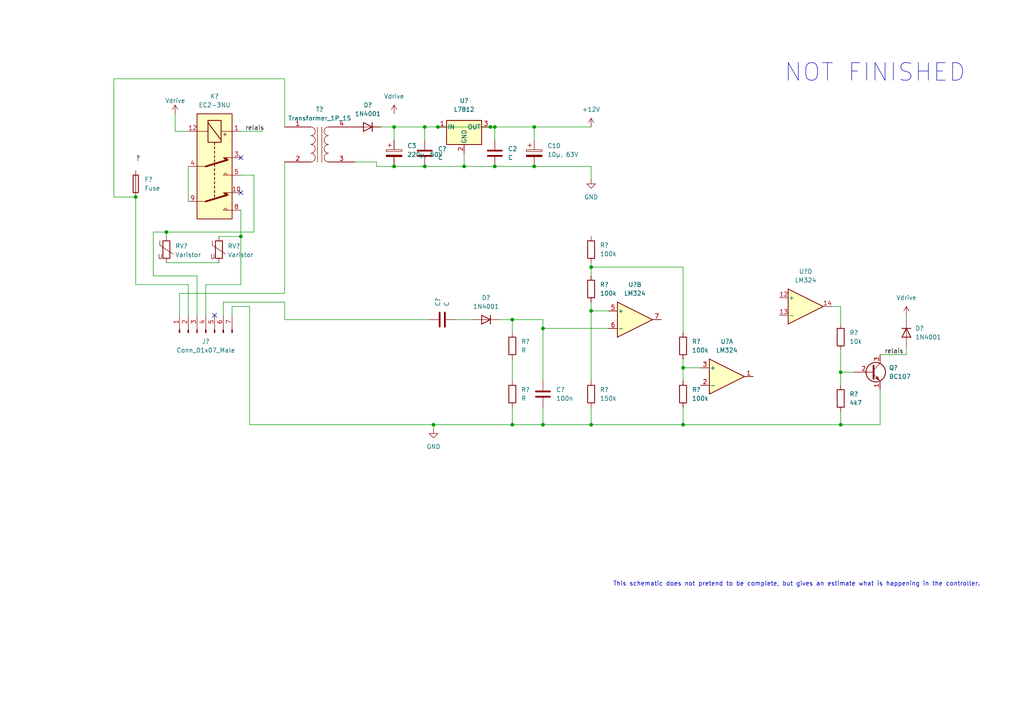
<source format=kicad_sch>
(kicad_sch (version 20211123) (generator eeschema)
  (paper "A4")
  (lib_symbols
    (symbol "Amplifier_Operational:LM324" (pin_names (offset 0.127))
      (property "Reference" "U" (at 0 5.08 0))
      (property "Value" "LM324" (at 0 -5.08 0))
      (symbol "LM324_1_1"
        (polyline (pts (xy -5.08 5.08) (xy 5.08 0) (xy -5.08 -5.08) (xy -5.08 5.08)) (stroke (width 0.254)) (fill (type background)))
        (pin output line (at 7.62 0 180) (length 2.54) (name "~") (number "1"))
        (pin input line (at -7.62 -2.54 0) (length 2.54) (name "-") (number "2"))
        (pin input line (at -7.62 2.54 0) (length 2.54) (name "+") (number "3"))
      )
      (symbol "LM324_2_1"
        (polyline (pts (xy -5.08 5.08) (xy 5.08 0) (xy -5.08 -5.08) (xy -5.08 5.08)) (stroke (width 0.254)) (fill (type background)))
        (pin input line (at -7.62 2.54 0) (length 2.54) (name "+") (number "5"))
        (pin input line (at -7.62 -2.54 0) (length 2.54) (name "-") (number "6"))
        (pin output line (at 7.62 0 180) (length 2.54) (name "~") (number "7"))
      )
      (symbol "LM324_3_1"
        (polyline (pts (xy -5.08 5.08) (xy 5.08 0) (xy -5.08 -5.08) (xy -5.08 5.08)) (stroke (width 0.254)) (fill (type background)))
        (pin input line (at -7.62 2.54 0) (length 2.54) (name "+") (number "10"))
        (pin output line (at 7.62 0 180) (length 2.54) (name "~") (number "8"))
        (pin input line (at -7.62 -2.54 0) (length 2.54) (name "-") (number "9"))
      )
      (symbol "LM324_4_1"
        (polyline (pts (xy -5.08 5.08) (xy 5.08 0) (xy -5.08 -5.08) (xy -5.08 5.08)) (stroke (width 0.254)) (fill (type background)))
        (pin input line (at -7.62 2.54 0) (length 2.54) (name "+") (number "12"))
        (pin input line (at -7.62 -2.54 0) (length 2.54) (name "-") (number "13"))
        (pin output line (at 7.62 0 180) (length 2.54) (name "~") (number "14"))
      )
      (symbol "LM324_5_1"
        (pin power_in line (at -2.54 -7.62 90) (length 3.81) (name "V-") (number "11"))
        (pin power_in line (at -2.54 7.62 270) (length 3.81) (name "V+") (number "4"))
      )
    )
    (symbol "Connector:Conn_01x07_Male" (pin_names (offset 1.016) hide)
      (property "Reference" "J" (at 0 10.16 0))
      (property "Value" "Conn_01x07_Male" (at 0 -10.16 0))
      (symbol "Conn_01x07_Male_1_1"
        (polyline (pts (xy 1.27 -7.62) (xy 0.8636 -7.62)) (stroke (width 0.1524)))
        (polyline (pts (xy 1.27 -5.08) (xy 0.8636 -5.08)) (stroke (width 0.1524)))
        (polyline (pts (xy 1.27 -2.54) (xy 0.8636 -2.54)) (stroke (width 0.1524)))
        (polyline (pts (xy 1.27 0) (xy 0.8636 0)) (stroke (width 0.1524)))
        (polyline (pts (xy 1.27 2.54) (xy 0.8636 2.54)) (stroke (width 0.1524)))
        (polyline (pts (xy 1.27 5.08) (xy 0.8636 5.08)) (stroke (width 0.1524)))
        (polyline (pts (xy 1.27 7.62) (xy 0.8636 7.62)) (stroke (width 0.1524)))
        (rectangle (start 0.8636 -7.493) (end 0 -7.747) (stroke (width 0.1524)) (fill (type outline)))
        (rectangle (start 0.8636 -4.953) (end 0 -5.207) (stroke (width 0.1524)) (fill (type outline)))
        (rectangle (start 0.8636 -2.413) (end 0 -2.667) (stroke (width 0.1524)) (fill (type outline)))
        (rectangle (start 0.8636 0.127) (end 0 -0.127) (stroke (width 0.1524)) (fill (type outline)))
        (rectangle (start 0.8636 2.667) (end 0 2.413) (stroke (width 0.1524)) (fill (type outline)))
        (rectangle (start 0.8636 5.207) (end 0 4.953) (stroke (width 0.1524)) (fill (type outline)))
        (rectangle (start 0.8636 7.747) (end 0 7.493) (stroke (width 0.1524)) (fill (type outline)))
        (pin passive line (at 5.08 7.62 180) (length 3.81) (name "Pin_1") (number "1"))
        (pin passive line (at 5.08 5.08 180) (length 3.81) (name "Pin_2") (number "2"))
        (pin passive line (at 5.08 2.54 180) (length 3.81) (name "Pin_3") (number "3"))
        (pin passive line (at 5.08 0 180) (length 3.81) (name "Pin_4") (number "4"))
        (pin passive line (at 5.08 -2.54 180) (length 3.81) (name "Pin_5") (number "5"))
        (pin passive line (at 5.08 -5.08 180) (length 3.81) (name "Pin_6") (number "6"))
        (pin passive line (at 5.08 -7.62 180) (length 3.81) (name "Pin_7") (number "7"))
      )
    )
    (symbol "Device:C" (pin_numbers hide) (pin_names (offset 0.254))
      (property "Reference" "C" (at 0.635 2.54 0))
      (property "Value" "C" (at 0.635 -2.54 0))
      (symbol "C_0_1"
        (polyline (pts (xy -2.032 -0.762) (xy 2.032 -0.762)) (stroke (width 0.508)))
        (polyline (pts (xy -2.032 0.762) (xy 2.032 0.762)) (stroke (width 0.508)))
      )
      (symbol "C_1_1"
        (pin passive line (at 0 3.81 270) (length 2.794) (name "~") (number "1"))
        (pin passive line (at 0 -3.81 90) (length 2.794) (name "~") (number "2"))
      )
    )
    (symbol "Device:C_Polarized" (pin_numbers hide) (pin_names (offset 0.254))
      (property "Reference" "C" (at 0.635 2.54 0))
      (property "Value" "C_Polarized" (at 0.635 -2.54 0))
      (symbol "C_Polarized_0_1"
        (rectangle (start -2.286 0.508) (end 2.286 1.016))
        (polyline (pts (xy -1.778 2.286) (xy -0.762 2.286)))
        (polyline (pts (xy -1.27 2.794) (xy -1.27 1.778)))
        (rectangle (start 2.286 -0.508) (end -2.286 -1.016) (fill (type outline)))
      )
      (symbol "C_Polarized_1_1"
        (pin passive line (at 0 3.81 270) (length 2.794) (name "~") (number "1"))
        (pin passive line (at 0 -3.81 90) (length 2.794) (name "~") (number "2"))
      )
    )
    (symbol "Device:Fuse" (pin_numbers hide) (pin_names (offset 0))
      (property "Reference" "F" (at 2.032 0 90))
      (property "Value" "Fuse" (at -1.905 0 90))
      (symbol "Fuse_0_1"
        (rectangle (start -0.762 -2.54) (end 0.762 2.54) (stroke (width 0.254)))
        (polyline (pts (xy 0 2.54) (xy 0 -2.54)))
      )
      (symbol "Fuse_1_1"
        (pin passive line (at 0 3.81 270) (length 1.27) (name "~") (number "1"))
        (pin passive line (at 0 -3.81 90) (length 1.27) (name "~") (number "2"))
      )
    )
    (symbol "Device:R" (pin_numbers hide) (pin_names (offset 0))
      (property "Reference" "R" (at 2.032 0 90))
      (property "Value" "R" (at 0 0 90))
      (symbol "R_0_1"
        (rectangle (start -1.016 -2.54) (end 1.016 2.54) (stroke (width 0.254)))
      )
      (symbol "R_1_1"
        (pin passive line (at 0 3.81 270) (length 1.27) (name "~") (number "1"))
        (pin passive line (at 0 -3.81 90) (length 1.27) (name "~") (number "2"))
      )
    )
    (symbol "Device:Transformer_1P_1S" (pin_names (offset 1.016) hide)
      (property "Reference" "T" (at 0 6.35 0))
      (property "Value" "Transformer_1P_1S" (at 0 -7.62 0))
      (symbol "Transformer_1P_1S_0_1"
        (arc (start -2.54 -5.0546) (mid -1.6599 -4.6901) (end -1.27 -3.81))
        (arc (start -2.54 -2.5146) (mid -1.6599 -2.1501) (end -1.27 -1.27))
        (arc (start -2.54 0.0254) (mid -1.6599 0.3899) (end -1.27 1.27))
        (arc (start -2.54 2.5654) (mid -1.6599 2.9299) (end -1.27 3.81))
        (arc (start -1.27 -3.81) (mid -1.642 -2.912) (end -2.54 -2.54))
        (arc (start -1.27 -1.27) (mid -1.642 -0.372) (end -2.54 0))
        (arc (start -1.27 1.27) (mid -1.642 2.168) (end -2.54 2.54))
        (arc (start -1.27 3.81) (mid -1.642 4.708) (end -2.54 5.08))
        (polyline (pts (xy -0.635 5.08) (xy -0.635 -5.08)))
        (polyline (pts (xy 0.635 -5.08) (xy 0.635 5.08)))
        (arc (start 1.2954 -1.27) (mid 1.6599 -2.1501) (end 2.54 -2.5146))
        (arc (start 1.2954 1.27) (mid 1.6599 0.3899) (end 2.54 0.0254))
        (arc (start 1.2954 3.81) (mid 1.6599 2.9299) (end 2.54 2.5654))
        (arc (start 1.3208 -3.81) (mid 1.6853 -4.6901) (end 2.5654 -5.0546))
        (arc (start 2.54 0) (mid 1.642 -0.372) (end 1.2954 -1.27))
        (arc (start 2.54 2.54) (mid 1.642 2.168) (end 1.2954 1.27))
        (arc (start 2.54 5.08) (mid 1.642 4.708) (end 1.2954 3.81))
        (arc (start 2.5654 -2.54) (mid 1.6674 -2.912) (end 1.3208 -3.81))
      )
      (symbol "Transformer_1P_1S_1_1"
        (pin passive line (at -10.16 5.08 0) (length 7.62) (name "AA") (number "1"))
        (pin passive line (at -10.16 -5.08 0) (length 7.62) (name "AB") (number "2"))
        (pin passive line (at 10.16 -5.08 180) (length 7.62) (name "SA") (number "3"))
        (pin passive line (at 10.16 5.08 180) (length 7.62) (name "SB") (number "4"))
      )
    )
    (symbol "Device:Varistor" (pin_numbers hide) (pin_names (offset 0))
      (property "Reference" "RV" (at 3.175 0 90))
      (property "Value" "Varistor" (at -3.175 0 90))
      (symbol "Varistor_0_0"
        (text "U" (at -1.778 -2.032 0) (effects (font (size 1.27 1.27))))
      )
      (symbol "Varistor_0_1"
        (rectangle (start -1.016 -2.54) (end 1.016 2.54) (stroke (width 0.254)))
        (polyline (pts (xy -1.905 2.54) (xy -1.905 1.27) (xy 1.905 -1.27)))
      )
      (symbol "Varistor_1_1"
        (pin passive line (at 0 3.81 270) (length 1.27) (name "~") (number "1"))
        (pin passive line (at 0 -3.81 90) (length 1.27) (name "~") (number "2"))
      )
    )
    (symbol "Diode:1N4001" (pin_numbers hide) (pin_names (offset 1.016) hide)
      (property "Reference" "D" (at 0 2.54 0))
      (property "Value" "1N4001" (at 0 -2.54 0))
      (symbol "1N4001_0_1"
        (polyline (pts (xy -1.27 1.27) (xy -1.27 -1.27)) (stroke (width 0.254)))
        (polyline (pts (xy 1.27 0) (xy -1.27 0)))
        (polyline (pts (xy 1.27 1.27) (xy 1.27 -1.27) (xy -1.27 0) (xy 1.27 1.27)) (stroke (width 0.254)))
      )
      (symbol "1N4001_1_1"
        (pin passive line (at -3.81 0 0) (length 2.54) (name "K") (number "1"))
        (pin passive line (at 3.81 0 180) (length 2.54) (name "A") (number "2"))
      )
    )
    (symbol "Regulator_Linear:L7812" (pin_names (offset 0.254))
      (property "Reference" "U" (at -3.81 3.175 0))
      (property "Value" "L7812" (at 0 3.175 0))
      (symbol "L7812_0_1"
        (rectangle (start -5.08 1.905) (end 5.08 -5.08) (stroke (width 0.254)) (fill (type background)))
      )
      (symbol "L7812_1_1"
        (pin power_in line (at -7.62 0 0) (length 2.54) (name "IN") (number "1"))
        (pin power_in line (at 0 -7.62 90) (length 2.54) (name "GND") (number "2"))
        (pin power_out line (at 7.62 0 180) (length 2.54) (name "OUT") (number "3"))
      )
    )
    (symbol "Relay:EC2-3NU"
      (property "Reference" "K" (at 15.24 8.89 0))
      (property "Value" "EC2-3NU" (at 19.05 6.35 0))
      (symbol "EC2-3NU_1_1"
        (rectangle (start -15.24 5.08) (end 15.24 -5.08) (stroke (width 0.254)) (fill (type background)))
        (rectangle (start -13.335 1.905) (end -6.985 -1.905) (stroke (width 0.254)))
        (polyline (pts (xy -12.7 -1.905) (xy -7.62 1.905)) (stroke (width 0.254)))
        (polyline (pts (xy -10.16 -5.08) (xy -10.16 -1.905)))
        (polyline (pts (xy -10.16 5.08) (xy -10.16 1.905)))
        (polyline (pts (xy -6.985 0) (xy -6.35 0)) (stroke (width 0.254)))
        (polyline (pts (xy -5.715 0) (xy -5.08 0)) (stroke (width 0.254)))
        (polyline (pts (xy -4.445 0) (xy -3.81 0)) (stroke (width 0.254)))
        (polyline (pts (xy -3.175 0) (xy -2.54 0)) (stroke (width 0.254)))
        (polyline (pts (xy -1.905 0) (xy -1.27 0)) (stroke (width 0.254)))
        (polyline (pts (xy -0.635 0) (xy 0 0)) (stroke (width 0.254)))
        (polyline (pts (xy 0 -2.54) (xy -1.905 3.81)) (stroke (width 0.508)))
        (polyline (pts (xy 0 -2.54) (xy 0 -5.08)))
        (polyline (pts (xy 0.635 0) (xy 1.27 0)) (stroke (width 0.254)))
        (polyline (pts (xy 1.905 0) (xy 2.54 0)) (stroke (width 0.254)))
        (polyline (pts (xy 3.175 0) (xy 3.81 0)) (stroke (width 0.254)))
        (polyline (pts (xy 4.445 0) (xy 5.08 0)) (stroke (width 0.254)))
        (polyline (pts (xy 5.715 0) (xy 6.35 0)) (stroke (width 0.254)))
        (polyline (pts (xy 6.985 0) (xy 7.62 0)) (stroke (width 0.254)))
        (polyline (pts (xy 8.255 0) (xy 8.89 0)) (stroke (width 0.254)))
        (polyline (pts (xy 10.16 -2.54) (xy 8.255 3.81)) (stroke (width 0.508)))
        (polyline (pts (xy 10.16 -2.54) (xy 10.16 -5.08)))
        (polyline (pts (xy -2.54 5.08) (xy -2.54 2.54) (xy -1.905 3.175) (xy -2.54 3.81)) (fill (type outline)))
        (polyline (pts (xy 2.54 5.08) (xy 2.54 2.54) (xy 1.905 3.175) (xy 2.54 3.81)))
        (polyline (pts (xy 7.62 5.08) (xy 7.62 2.54) (xy 8.255 3.175) (xy 7.62 3.81)) (fill (type outline)))
        (polyline (pts (xy 12.7 5.08) (xy 12.7 2.54) (xy 12.065 3.175) (xy 12.7 3.81)))
        (text "+" (at -9.271 2.921 0) (effects (font (size 1.27 1.27))))
        (pin passive line (at -10.16 7.62 270) (length 2.54) (name "~") (number "1"))
        (pin passive line (at 7.62 7.62 270) (length 2.54) (name "~") (number "10"))
        (pin passive line (at -10.16 -7.62 90) (length 2.54) (name "~") (number "12"))
        (pin passive line (at -2.54 7.62 270) (length 2.54) (name "~") (number "3"))
        (pin passive line (at 0 -7.62 90) (length 2.54) (name "~") (number "4"))
        (pin passive line (at 2.54 7.62 270) (length 2.54) (name "~") (number "5"))
        (pin passive line (at 12.7 7.62 270) (length 2.54) (name "~") (number "8"))
        (pin passive line (at 10.16 -7.62 90) (length 2.54) (name "~") (number "9"))
      )
    )
    (symbol "Transistor_BJT:BC107" (pin_names (offset 0) hide)
      (property "Reference" "Q" (at 5.08 1.905 0))
      (property "Value" "BC107" (at 5.08 0 0))
      (symbol "BC107_0_1"
        (polyline (pts (xy 0.635 0.635) (xy 2.54 2.54)))
        (polyline (pts (xy 0.635 -0.635) (xy 2.54 -2.54) (xy 2.54 -2.54)))
        (polyline (pts (xy 0.635 1.905) (xy 0.635 -1.905) (xy 0.635 -1.905)) (stroke (width 0.508)))
        (polyline (pts (xy 1.27 -1.778) (xy 1.778 -1.27) (xy 2.286 -2.286) (xy 1.27 -1.778) (xy 1.27 -1.778)) (fill (type outline)))
        (circle (center 1.27 0) (radius 2.8194) (stroke (width 0.254)))
      )
      (symbol "BC107_1_1"
        (pin passive line (at 2.54 -5.08 90) (length 2.54) (name "E") (number "1"))
        (pin input line (at -5.08 0 0) (length 5.715) (name "B") (number "2"))
        (pin passive line (at 2.54 5.08 270) (length 2.54) (name "C") (number "3"))
      )
    )
    (symbol "power:+12V" (power) (pin_names (offset 0))
      (property "Value" "+12V" (at 0 3.556 0))
      (symbol "+12V_0_1"
        (polyline (pts (xy -0.762 1.27) (xy 0 2.54)))
        (polyline (pts (xy 0 0) (xy 0 2.54)))
        (polyline (pts (xy 0 2.54) (xy 0.762 1.27)))
      )
      (symbol "+12V_1_1"
        (pin power_in line (at 0 0 90) (length 0) hide (name "+12V") (number "1"))
      )
    )
    (symbol "power:GND" (power) (pin_names (offset 0))
      (property "Value" "GND" (at 0 -3.81 0))
      (symbol "GND_0_1"
        (polyline (pts (xy 0 0) (xy 0 -1.27) (xy 1.27 -1.27) (xy 0 -2.54) (xy -1.27 -1.27) (xy 0 -1.27)))
      )
      (symbol "GND_1_1"
        (pin power_in line (at 0 0 270) (length 0) hide (name "GND") (number "1"))
      )
    )
    (symbol "power:Vdrive" (power) (pin_names (offset 0))
      (property "Value" "Vdrive" (at 0 3.81 0))
      (symbol "Vdrive_0_1"
        (polyline (pts (xy -0.762 1.27) (xy 0 2.54)))
        (polyline (pts (xy 0 0) (xy 0 2.54)))
        (polyline (pts (xy 0 2.54) (xy 0.762 1.27)))
      )
      (symbol "Vdrive_1_1"
        (pin power_in line (at 0 0 90) (length 0) hide (name "Vdrive") (number "1"))
      )
    )
  )
  (junction (at 171.45 123.19))
  (junction (at 154.94 36.83))
  (junction (at 142.24 36.83))
  (junction (at 157.48 95.25))
  (junction (at 143.51 48.26))
  (junction (at 39.37 57.15))
  (junction (at 127 36.83))
  (junction (at 123.19 36.83))
  (junction (at 148.59 92.71))
  (junction (at 69.85 68.58))
  (junction (at 243.84 107.95))
  (junction (at 148.59 123.19))
  (junction (at 154.94 48.26))
  (junction (at 114.3 36.83))
  (junction (at 171.45 77.47))
  (junction (at 157.48 123.19))
  (junction (at 143.51 36.83))
  (junction (at 243.84 123.19))
  (junction (at 123.19 48.26))
  (junction (at 114.3 48.26))
  (junction (at 198.12 123.19))
  (junction (at 125.73 123.19))
  (junction (at 171.45 90.17))
  (junction (at 198.12 106.68))
  (junction (at 134.62 48.26))
  (junction (at 48.26 67.31))
  (no_connect (at 69.85 45.72))
  (no_connect (at 69.85 55.88))
  (no_connect (at 62.23 91.44))
  (wire (pts (xy 123.19 36.83) (xy 123.19 40.64)))
  (wire (pts (xy 143.51 36.83) (xy 154.94 36.83)))
  (wire (pts (xy 157.48 118.11) (xy 157.48 123.19)))
  (wire (pts (xy 69.85 82.55) (xy 59.69 82.55)))
  (wire (pts (xy 262.89 102.87) (xy 262.89 100.33)))
  (wire (pts (xy 154.94 36.83) (xy 171.45 36.83)))
  (wire (pts (xy 54.61 82.55) (xy 54.61 91.44)))
  (wire (pts (xy 142.24 36.83) (xy 143.51 36.83)))
  (wire (pts (xy 176.53 90.17) (xy 171.45 90.17)))
  (wire (pts (xy 171.45 48.26) (xy 171.45 52.07)))
  (wire (pts (xy 171.45 90.17) (xy 171.45 110.49)))
  (wire (pts (xy 48.26 76.2) (xy 63.5 76.2)))
  (wire (pts (xy 241.3 88.9) (xy 243.84 88.9)))
  (wire (pts (xy 198.12 77.47) (xy 198.12 96.52)))
  (wire (pts (xy 69.85 50.8) (xy 73.66 50.8)))
  (wire (pts (xy 171.45 87.63) (xy 171.45 90.17)))
  (wire (pts (xy 33.02 57.15) (xy 33.02 22.86)))
  (wire (pts (xy 262.89 91.44) (xy 262.89 92.71)))
  (wire (pts (xy 157.48 123.19) (xy 171.45 123.19)))
  (wire (pts (xy 44.45 80.01) (xy 57.15 80.01)))
  (wire (pts (xy 72.39 123.19) (xy 72.39 88.9)))
  (wire (pts (xy 171.45 77.47) (xy 171.45 80.01)))
  (wire (pts (xy 154.94 36.83) (xy 154.94 40.64)))
  (wire (pts (xy 114.3 48.26) (xy 123.19 48.26)))
  (wire (pts (xy 124.46 92.71) (xy 82.55 92.71)))
  (wire (pts (xy 54.61 48.26) (xy 54.61 58.42)))
  (wire (pts (xy 114.3 36.83) (xy 123.19 36.83)))
  (wire (pts (xy 64.77 91.44) (xy 64.77 87.63)))
  (wire (pts (xy 255.27 102.87) (xy 262.89 102.87)))
  (wire (pts (xy 143.51 36.83) (xy 143.51 40.64)))
  (wire (pts (xy 243.84 107.95) (xy 247.65 107.95)))
  (wire (pts (xy 171.45 77.47) (xy 198.12 77.47)))
  (wire (pts (xy 59.69 82.55) (xy 59.69 91.44)))
  (wire (pts (xy 198.12 104.14) (xy 198.12 106.68)))
  (wire (pts (xy 144.78 92.71) (xy 148.59 92.71)))
  (wire (pts (xy 171.45 76.2) (xy 171.45 77.47)))
  (wire (pts (xy 134.62 44.45) (xy 134.62 48.26)))
  (wire (pts (xy 69.85 60.96) (xy 69.85 68.58)))
  (wire (pts (xy 82.55 87.63) (xy 82.55 92.71)))
  (wire (pts (xy 109.22 46.99) (xy 109.22 48.26)))
  (wire (pts (xy 82.55 22.86) (xy 82.55 36.83)))
  (wire (pts (xy 243.84 107.95) (xy 243.84 111.76)))
  (wire (pts (xy 148.59 104.14) (xy 148.59 110.49)))
  (wire (pts (xy 123.19 48.26) (xy 134.62 48.26)))
  (wire (pts (xy 39.37 57.15) (xy 39.37 82.55)))
  (wire (pts (xy 171.45 118.11) (xy 171.45 123.19)))
  (wire (pts (xy 143.51 48.26) (xy 154.94 48.26)))
  (wire (pts (xy 50.8 33.02) (xy 50.8 38.1)))
  (wire (pts (xy 243.84 123.19) (xy 255.27 123.19)))
  (wire (pts (xy 148.59 123.19) (xy 157.48 123.19)))
  (wire (pts (xy 123.19 36.83) (xy 127 36.83)))
  (wire (pts (xy 57.15 80.01) (xy 57.15 91.44)))
  (wire (pts (xy 69.85 68.58) (xy 63.5 68.58)))
  (wire (pts (xy 134.62 48.26) (xy 143.51 48.26)))
  (wire (pts (xy 148.59 92.71) (xy 157.48 92.71)))
  (wire (pts (xy 243.84 101.6) (xy 243.84 107.95)))
  (wire (pts (xy 52.07 85.09) (xy 82.55 85.09)))
  (wire (pts (xy 125.73 123.19) (xy 125.73 124.46)))
  (wire (pts (xy 48.26 67.31) (xy 44.45 67.31)))
  (wire (pts (xy 73.66 50.8) (xy 73.66 67.31)))
  (wire (pts (xy 39.37 57.15) (xy 33.02 57.15)))
  (wire (pts (xy 198.12 106.68) (xy 203.2 106.68)))
  (wire (pts (xy 243.84 119.38) (xy 243.84 123.19)))
  (wire (pts (xy 154.94 48.26) (xy 171.45 48.26)))
  (wire (pts (xy 127 36.83) (xy 142.24 36.83)))
  (wire (pts (xy 72.39 88.9) (xy 67.31 88.9)))
  (wire (pts (xy 64.77 87.63) (xy 82.55 87.63)))
  (wire (pts (xy 198.12 123.19) (xy 243.84 123.19)))
  (wire (pts (xy 114.3 36.83) (xy 114.3 40.64)))
  (wire (pts (xy 67.31 88.9) (xy 67.31 91.44)))
  (wire (pts (xy 198.12 106.68) (xy 198.12 110.49)))
  (wire (pts (xy 69.85 38.1) (xy 76.2 38.1)))
  (wire (pts (xy 52.07 85.09) (xy 52.07 91.44)))
  (wire (pts (xy 157.48 95.25) (xy 176.53 95.25)))
  (wire (pts (xy 102.87 46.99) (xy 109.22 46.99)))
  (wire (pts (xy 69.85 68.58) (xy 69.85 82.55)))
  (wire (pts (xy 125.73 123.19) (xy 72.39 123.19)))
  (wire (pts (xy 148.59 92.71) (xy 148.59 96.52)))
  (wire (pts (xy 171.45 123.19) (xy 198.12 123.19)))
  (wire (pts (xy 243.84 88.9) (xy 243.84 93.98)))
  (wire (pts (xy 157.48 95.25) (xy 157.48 110.49)))
  (wire (pts (xy 48.26 67.31) (xy 48.26 68.58)))
  (wire (pts (xy 33.02 22.86) (xy 82.55 22.86)))
  (wire (pts (xy 157.48 92.71) (xy 157.48 95.25)))
  (wire (pts (xy 39.37 82.55) (xy 54.61 82.55)))
  (wire (pts (xy 148.59 118.11) (xy 148.59 123.19)))
  (wire (pts (xy 50.8 38.1) (xy 54.61 38.1)))
  (wire (pts (xy 82.55 46.99) (xy 82.55 85.09)))
  (wire (pts (xy 110.49 36.83) (xy 114.3 36.83)))
  (wire (pts (xy 125.73 123.19) (xy 148.59 123.19)))
  (wire (pts (xy 73.66 67.31) (xy 48.26 67.31)))
  (wire (pts (xy 109.22 48.26) (xy 114.3 48.26)))
  (wire (pts (xy 44.45 67.31) (xy 44.45 80.01)))
  (wire (pts (xy 198.12 118.11) (xy 198.12 123.19)))
  (wire (pts (xy 255.27 123.19) (xy 255.27 113.03)))
  (wire (pts (xy 132.08 92.71) (xy 137.16 92.71)))
  (text "NOT FINISHED" (at 227.33 24.13 0) (effects (font (size 5.08 5.08)) (justify left bottom)))
  (text "This schematic does not pretend to be complete, but gives an estimate what is happening in the controller." (at 177.8 170.18 0) (effects (font (size 1.27 1.27)) (justify left bottom)))
  (label "?" (at 39.37 46.99 0))
  (label "relais" (at 71.12 38.1 0))
  (label "relais" (at 256.54 102.87 0))
  (symbol (lib_id "Device:Varistor") (at 63.5 72.39 0) (unit 1)
    (property "Reference" "RV?" (at 66.04 71.3731 0) (effects (justify left)))
    (property "Value" "Varistor" (at 66.04 73.9131 0) (effects (justify left)))
  )
  (symbol (lib_id "Transistor_BJT:BC107") (at 252.73 107.95 0) (unit 1)
    (property "Reference" "Q?" (at 257.81 106.6799 0) (effects (justify left)))
    (property "Value" "BC107" (at 257.81 109.2199 0) (effects (justify left)))
    (property "Footprint" "Package_TO_SOT_THT:TO-18-3" (effects hide))
    (property "Datasheet" "http://www.b-kainka.de/Daten/Transistor/BC108.pdf" (effects hide))
  )
  (symbol (lib_id "Device:R") (at 171.45 114.3 0) (unit 1)
    (property "Reference" "R?" (at 173.99 113.0299 0) (effects (justify left)))
    (property "Value" "150k" (at 173.99 115.5699 0) (effects (justify left)))
  )
  (symbol (lib_id "power:+12V") (at 171.45 36.83 0) (unit 1)
    (property "Reference" "#PWR?" (effects hide))
    (property "Value" "+12V" (at 171.45 31.75 0))
  )
  (symbol (lib_id "Amplifier_Operational:LM324") (at 210.82 109.22 0) (unit 1)
    (property "Reference" "U?" (at 210.82 99.06 0))
    (property "Value" "LM324" (at 210.82 101.6 0))
    (property "Datasheet" "http://www.ti.com/lit/ds/symlink/lm2902-n.pdf" (effects hide))
  )
  (symbol (lib_id "Diode:1N4001") (at 262.89 96.52 270) (unit 1)
    (property "Reference" "D?" (at 265.43 95.2499 90) (effects (justify left)))
    (property "Value" "1N4001" (at 265.43 97.7899 90) (effects (justify left)))
    (property "Footprint" "Diode_THT:D_DO-41_SOD81_P10.16mm_Horizontal" (effects hide))
    (property "Datasheet" "http://www.vishay.com/docs/88503/1n4001.pdf" (effects hide))
  )
  (symbol (lib_id "Device:C") (at 128.27 92.71 270) (unit 1)
    (property "Reference" "C?" (at 126.9999 88.9 0) (effects (justify right)))
    (property "Value" "C" (at 129.5399 88.9 0) (effects (justify right)))
  )
  (symbol (lib_id "Device:R") (at 171.45 83.82 0) (unit 1)
    (property "Reference" "R?" (at 173.99 82.5499 0) (effects (justify left)))
    (property "Value" "100k" (at 173.99 85.0899 0) (effects (justify left)))
  )
  (symbol (lib_id "Diode:1N4001") (at 106.68 36.83 180) (unit 1)
    (property "Reference" "D?" (at 106.68 30.48 0))
    (property "Value" "1N4001" (at 106.68 33.02 0))
    (property "Footprint" "Diode_THT:D_DO-41_SOD81_P10.16mm_Horizontal" (effects hide))
    (property "Datasheet" "http://www.vishay.com/docs/88503/1n4001.pdf" (effects hide))
  )
  (symbol (lib_id "Device:Transformer_1P_1S") (at 92.71 41.91 0) (unit 1)
    (property "Reference" "T?" (at 92.7227 31.75 0))
    (property "Value" "Transformer_1P_1S" (at 92.7227 34.29 0))
  )
  (symbol (lib_id "power:GND") (at 125.73 124.46 0) (unit 1)
    (property "Reference" "#PWR?" (effects hide))
    (property "Value" "GND" (at 125.73 129.54 0))
  )
  (symbol (lib_id "Device:R") (at 148.59 114.3 0) (unit 1)
    (property "Reference" "R?" (at 151.13 113.0299 0) (effects (justify left)))
    (property "Value" "R" (at 151.13 115.5699 0) (effects (justify left)))
  )
  (symbol (lib_id "Device:R") (at 198.12 100.33 0) (unit 1)
    (property "Reference" "R?" (at 200.66 99.0599 0) (effects (justify left)))
    (property "Value" "100k" (at 200.66 101.5999 0) (effects (justify left)))
  )
  (symbol (lib_id "Device:R") (at 148.59 100.33 0) (unit 1)
    (property "Reference" "R?" (at 151.13 99.0599 0) (effects (justify left)))
    (property "Value" "R" (at 151.13 101.5999 0) (effects (justify left)))
  )
  (symbol (lib_id "Device:Varistor") (at 48.26 72.39 0) (unit 1)
    (property "Reference" "RV?" (at 50.8 71.3731 0) (effects (justify left)))
    (property "Value" "Varistor" (at 50.8 73.9131 0) (effects (justify left)))
  )
  (symbol (lib_id "Device:Fuse") (at 39.37 53.34 0) (unit 1)
    (property "Reference" "F?" (at 41.91 52.0699 0) (effects (justify left)))
    (property "Value" "Fuse" (at 41.91 54.6099 0) (effects (justify left)))
  )
  (symbol (lib_id "Device:C_Polarized") (at 154.94 44.45 0) (unit 1)
    (property "Reference" "C10" (at 158.75 42.2909 0) (effects (justify left)))
    (property "Value" "10µ, 63V" (at 158.75 44.8309 0) (effects (justify left)))
  )
  (symbol (lib_id "Device:C") (at 143.51 44.45 0) (unit 1)
    (property "Reference" "C2" (at 147.32 43.1799 0) (effects (justify left)))
    (property "Value" "C" (at 147.32 45.7199 0) (effects (justify left)))
  )
  (symbol (lib_id "Amplifier_Operational:LM324") (at 184.15 92.71 0) (unit 2)
    (property "Reference" "U?" (at 184.15 82.55 0))
    (property "Value" "LM324" (at 184.15 85.09 0))
    (property "Datasheet" "http://www.ti.com/lit/ds/symlink/lm2902-n.pdf" (effects hide))
  )
  (symbol (lib_id "Diode:1N4001") (at 140.97 92.71 180) (unit 1)
    (property "Reference" "D?" (at 140.97 86.36 0))
    (property "Value" "1N4001" (at 140.97 88.9 0))
    (property "Footprint" "Diode_THT:D_DO-41_SOD81_P10.16mm_Horizontal" (effects hide))
    (property "Datasheet" "http://www.vishay.com/docs/88503/1n4001.pdf" (effects hide))
  )
  (symbol (lib_id "Regulator_Linear:L7812") (at 134.62 36.83 0) (unit 1)
    (property "Reference" "U?" (at 134.62 29.21 0))
    (property "Value" "L7812" (at 134.62 31.75 0))
    (property "Datasheet" "http://www.st.com/content/ccc/resource/technical/document/datasheet/41/4f/b3/b0/12/d4/47/88/CD00000444.pdf/files/CD00000444.pdf/jcr:content/translations/en.CD00000444.pdf" (effects hide))
  )
  (symbol (lib_id "Device:R") (at 198.12 114.3 0) (unit 1)
    (property "Reference" "R?" (at 200.66 113.0299 0) (effects (justify left)))
    (property "Value" "100k" (at 200.66 115.5699 0) (effects (justify left)))
  )
  (symbol (lib_id "Relay:EC2-3NU") (at 62.23 48.26 270) (unit 1)
    (property "Reference" "K?" (at 62.23 27.94 90))
    (property "Value" "EC2-3NU" (at 62.23 30.48 90))
    (property "Footprint" "Relay_THT:Relay_DPDT_Kemet_EC2" (effects hide))
    (property "Datasheet" "https://content.kemet.com/datasheets/KEM_R7002_EC2_EE2.pdf" (effects hide))
  )
  (symbol (lib_id "power:Vdrive") (at 262.89 91.44 0) (unit 1)
    (property "Reference" "#PWR?" (effects hide))
    (property "Value" "Vdrive" (at 262.89 86.36 0))
  )
  (symbol (lib_id "Device:R") (at 243.84 115.57 0) (unit 1)
    (property "Reference" "R?" (at 246.38 114.2999 0) (effects (justify left)))
    (property "Value" "4k7" (at 246.38 116.8399 0) (effects (justify left)))
  )
  (symbol (lib_id "Device:C") (at 157.48 114.3 0) (unit 1)
    (property "Reference" "C?" (at 161.29 113.0299 0) (effects (justify left)))
    (property "Value" "100n" (at 161.29 115.5699 0) (effects (justify left)))
  )
  (symbol (lib_id "Connector:Conn_01x07_Male") (at 59.69 96.52 90) (unit 1)
    (property "Reference" "J?" (at 59.69 99.06 90))
    (property "Value" "Conn_01x07_Male" (at 59.69 101.6 90))
  )
  (symbol (lib_id "power:Vdrive") (at 50.8 33.02 0) (unit 1)
    (property "Reference" "#PWR?" (effects hide))
    (property "Value" "Vdrive" (at 50.8 29.21 0))
  )
  (symbol (lib_id "Device:C_Polarized") (at 114.3 44.45 0) (unit 1)
    (property "Reference" "C3" (at 118.11 42.2909 0) (effects (justify left)))
    (property "Value" "220µ, 50V" (at 118.11 44.8309 0) (effects (justify left)))
  )
  (symbol (lib_id "Device:R") (at 171.45 72.39 0) (unit 1)
    (property "Reference" "R?" (at 173.99 71.1199 0) (effects (justify left)))
    (property "Value" "100k" (at 173.99 73.6599 0) (effects (justify left)))
  )
  (symbol (lib_id "Amplifier_Operational:LM324") (at 233.68 88.9 0) (unit 4)
    (property "Reference" "U?" (at 233.68 78.74 0))
    (property "Value" "LM324" (at 233.68 81.28 0))
    (property "Datasheet" "http://www.ti.com/lit/ds/symlink/lm2902-n.pdf" (effects hide))
  )
  (symbol (lib_id "Device:R") (at 243.84 97.79 0) (unit 1)
    (property "Reference" "R?" (at 246.38 96.5199 0) (effects (justify left)))
    (property "Value" "10k" (at 246.38 99.0599 0) (effects (justify left)))
  )
  (symbol (lib_id "power:GND") (at 171.45 52.07 0) (unit 1)
    (property "Reference" "#PWR?" (effects hide))
    (property "Value" "GND" (at 171.45 57.15 0))
  )
  (symbol (lib_id "power:Vdrive") (at 114.3 33.02 0) (unit 1)
    (property "Reference" "#PWR?" (effects hide))
    (property "Value" "Vdrive" (at 114.3 27.94 0))
  )
  (symbol (lib_id "Device:C") (at 123.19 44.45 0) (unit 1)
    (property "Reference" "C?" (at 127 43.1799 0) (effects (justify left)))
    (property "Value" "C" (at 127 45.7199 0) (effects (justify left)))
  )
)
</source>
